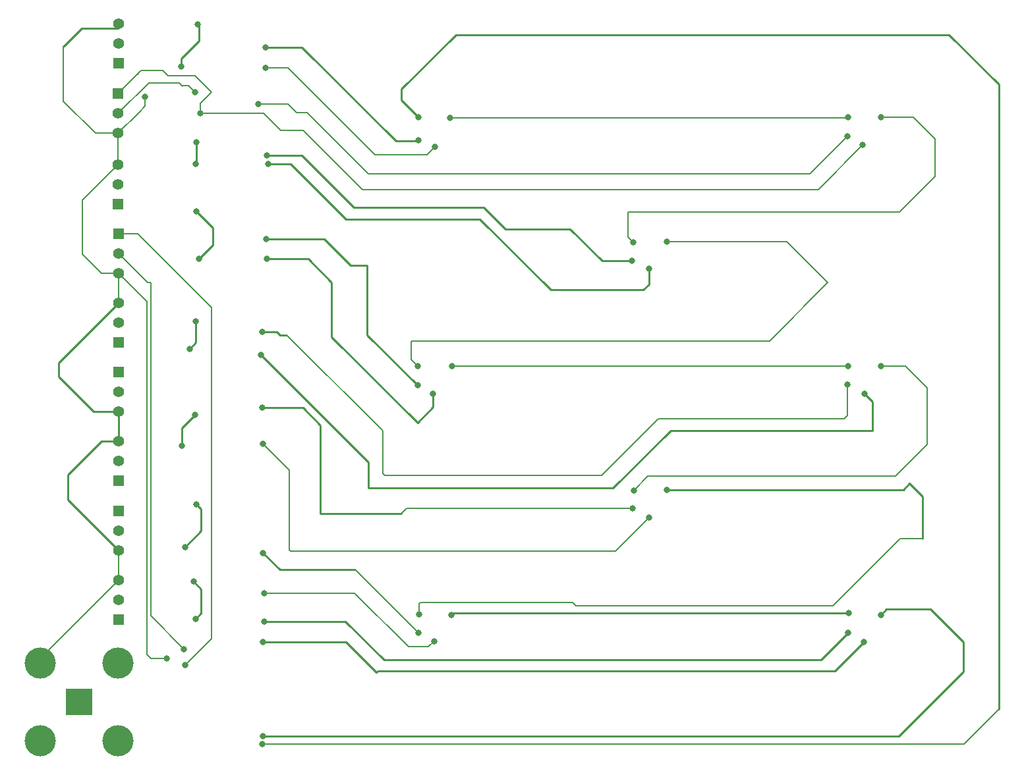
<source format=gbr>
%TF.GenerationSoftware,KiCad,Pcbnew,(6.0.8-1)-1*%
%TF.CreationDate,2023-09-21T15:44:44-04:00*%
%TF.ProjectId,Untitled,556e7469-746c-4656-942e-6b696361645f,rev?*%
%TF.SameCoordinates,Original*%
%TF.FileFunction,Copper,L2,Bot*%
%TF.FilePolarity,Positive*%
%FSLAX46Y46*%
G04 Gerber Fmt 4.6, Leading zero omitted, Abs format (unit mm)*
G04 Created by KiCad (PCBNEW (6.0.8-1)-1) date 2023-09-21 15:44:44*
%MOMM*%
%LPD*%
G01*
G04 APERTURE LIST*
%TA.AperFunction,ComponentPad*%
%ADD10R,1.397000X1.397000*%
%TD*%
%TA.AperFunction,ComponentPad*%
%ADD11C,1.397000*%
%TD*%
%TA.AperFunction,ComponentPad*%
%ADD12R,3.500000X3.500000*%
%TD*%
%TA.AperFunction,ComponentPad*%
%ADD13C,4.000000*%
%TD*%
%TA.AperFunction,ViaPad*%
%ADD14C,0.800000*%
%TD*%
%TA.AperFunction,Conductor*%
%ADD15C,0.200000*%
%TD*%
%TA.AperFunction,Conductor*%
%ADD16C,0.250000*%
%TD*%
G04 APERTURE END LIST*
D10*
%TO.P,REF\u002A\u002A,1*%
%TO.N,N/C*%
X59200000Y-59200000D03*
D11*
%TO.P,REF\u002A\u002A,2*%
X59200000Y-56660000D03*
%TO.P,REF\u002A\u002A,3*%
X59200000Y-54120000D03*
%TD*%
D12*
%TO.P,LEDs,1*%
%TO.N,N/C*%
X54200000Y-123200000D03*
D13*
%TO.P,LEDs,2*%
X49175000Y-118175000D03*
X49175000Y-128225000D03*
X59225000Y-128225000D03*
X59225000Y-118175000D03*
%TD*%
D10*
%TO.P,REF\u002A\u002A,1*%
%TO.N,N/C*%
X59250100Y-41100000D03*
D11*
%TO.P,REF\u002A\u002A,2*%
X59250100Y-38560000D03*
%TO.P,REF\u002A\u002A,3*%
X59250100Y-36020000D03*
%TD*%
D10*
%TO.P,REF\u002A\u002A,1*%
%TO.N,N/C*%
X59250100Y-76987500D03*
D11*
%TO.P,REF\u002A\u002A,2*%
X59250100Y-74447500D03*
%TO.P,REF\u002A\u002A,3*%
X59250100Y-71907500D03*
%TD*%
D10*
%TO.P,REF\u002A\u002A,1*%
%TO.N,N/C*%
X59250100Y-94787500D03*
D11*
%TO.P,REF\u002A\u002A,2*%
X59250100Y-92247500D03*
%TO.P,REF\u002A\u002A,3*%
X59250100Y-89707500D03*
%TD*%
D10*
%TO.P,REF\u002A\u002A,1*%
%TO.N,N/C*%
X59250100Y-112587500D03*
D11*
%TO.P,REF\u002A\u002A,2*%
X59250100Y-110047500D03*
%TO.P,REF\u002A\u002A,3*%
X59250100Y-107507500D03*
%TD*%
D10*
%TO.P,REF\u002A\u002A,1*%
%TO.N,N/C*%
X59250100Y-80812500D03*
D11*
%TO.P,REF\u002A\u002A,2*%
X59250100Y-83352500D03*
%TO.P,REF\u002A\u002A,3*%
X59250100Y-85892500D03*
%TD*%
D10*
%TO.P,REF\u002A\u002A,1*%
%TO.N,N/C*%
X59200000Y-45000000D03*
D11*
%TO.P,REF\u002A\u002A,2*%
X59200000Y-47540000D03*
%TO.P,REF\u002A\u002A,3*%
X59200000Y-50080000D03*
%TD*%
D10*
%TO.P,REF\u002A\u002A,1*%
%TO.N,N/C*%
X59250100Y-98612500D03*
D11*
%TO.P,REF\u002A\u002A,2*%
X59250100Y-101152500D03*
%TO.P,REF\u002A\u002A,3*%
X59250100Y-103692500D03*
%TD*%
D10*
%TO.P,REF\u002A\u002A,1*%
%TO.N,N/C*%
X59250100Y-63012500D03*
D11*
%TO.P,REF\u002A\u002A,2*%
X59250100Y-65552500D03*
%TO.P,REF\u002A\u002A,3*%
X59250100Y-68092500D03*
%TD*%
D14*
%TO.N,*%
X69300000Y-51200000D03*
X78170000Y-41630000D03*
X77740114Y-85359886D03*
X69100000Y-44800000D03*
X69200000Y-54000000D03*
X97800000Y-51000000D03*
X153100000Y-111800000D03*
X78500000Y-54000000D03*
X154900000Y-51600000D03*
X99800000Y-115400000D03*
X97800000Y-48000000D03*
X157200000Y-112000000D03*
X127400000Y-99500000D03*
X127400000Y-67500000D03*
X67800000Y-118500000D03*
X99900000Y-51800000D03*
X78200000Y-39000000D03*
X97700000Y-82500000D03*
X65500000Y-117600000D03*
X157200000Y-48000000D03*
X125500000Y-96000000D03*
X67400000Y-90300000D03*
X67300000Y-41500000D03*
X125400000Y-64100000D03*
X77790000Y-115510000D03*
X69100000Y-86300000D03*
X153000000Y-48000000D03*
X99700000Y-83600000D03*
X77969648Y-112830352D03*
X97800000Y-114300000D03*
X153000000Y-80000000D03*
X77800000Y-90000000D03*
X97700000Y-80000000D03*
X102000000Y-112000000D03*
X69200000Y-74300000D03*
X78348210Y-66251790D03*
X69600000Y-66251790D03*
X77700000Y-75600000D03*
X77200000Y-46300000D03*
X97900000Y-111900000D03*
X129700000Y-95900000D03*
X78000000Y-109200000D03*
X67700000Y-116400000D03*
X69400000Y-36100000D03*
X77800000Y-127600000D03*
X129700000Y-64000000D03*
X78300000Y-52900000D03*
X77541068Y-78558932D03*
X102100000Y-80000000D03*
X155100000Y-83600000D03*
X69300000Y-60100000D03*
X67800000Y-103300000D03*
X77850000Y-104050000D03*
X78288210Y-63711790D03*
X68400000Y-77800000D03*
X152900000Y-82400000D03*
X68900000Y-107700000D03*
X153000000Y-114300000D03*
X125300000Y-98300000D03*
X62700000Y-45400000D03*
X77700000Y-128600000D03*
X157200000Y-80000000D03*
X101900000Y-48100000D03*
X69200000Y-112500000D03*
X155000000Y-115500000D03*
X125200000Y-66500000D03*
X69300000Y-97800000D03*
X152900000Y-50500000D03*
X69800000Y-47500000D03*
%TD*%
D15*
%TO.N,*%
X63140000Y-43600000D02*
X59200000Y-47540000D01*
D16*
X69900000Y-111800000D02*
X69900000Y-108700000D01*
X80018932Y-76018932D02*
X80881068Y-76018932D01*
X71400000Y-64451790D02*
X69600000Y-66251790D01*
X69900000Y-108700000D02*
X68900000Y-107700000D01*
X157900000Y-111300000D02*
X163600000Y-111300000D01*
D15*
X98200000Y-103800000D02*
X123100000Y-103800000D01*
D16*
X91240000Y-67060000D02*
X89060000Y-67060000D01*
X92400000Y-119400000D02*
X88510000Y-115510000D01*
X114800000Y-70200000D02*
X105700000Y-61100000D01*
D15*
X96300000Y-98300000D02*
X95600000Y-99000000D01*
X57092500Y-68092500D02*
X59250100Y-68092500D01*
X159700000Y-102200000D02*
X162600000Y-102200000D01*
X69800000Y-46200000D02*
X71200000Y-44800000D01*
D16*
X156100000Y-88300000D02*
X156100000Y-84600000D01*
D15*
X102100000Y-80000000D02*
X153000000Y-80000000D01*
D16*
X155000000Y-115500000D02*
X151300000Y-119200000D01*
D15*
X126500000Y-128600000D02*
X128600000Y-128600000D01*
D16*
X94900000Y-51100000D02*
X82800000Y-39000000D01*
D15*
X142900000Y-76800000D02*
X96900000Y-76800000D01*
D16*
X162600000Y-96800000D02*
X162600000Y-102200000D01*
D15*
X164200000Y-55600000D02*
X159600000Y-60200000D01*
D16*
X69300000Y-53900000D02*
X69200000Y-54000000D01*
D15*
X59250100Y-68092500D02*
X59250100Y-71907500D01*
X64912500Y-42012500D02*
X62187500Y-42012500D01*
D16*
X68400000Y-77800000D02*
X69200000Y-77000000D01*
X160910000Y-95110000D02*
X162600000Y-96800000D01*
D15*
X98100000Y-110400000D02*
X117600000Y-110400000D01*
D16*
X122800000Y-95700000D02*
X130200000Y-88300000D01*
D15*
X52200000Y-38890000D02*
X52245000Y-38845000D01*
D16*
X69300000Y-60100000D02*
X71400000Y-62200000D01*
X166000000Y-37400000D02*
X172400000Y-43800000D01*
D15*
X81400000Y-103800000D02*
X81200000Y-103600000D01*
X59200000Y-50080000D02*
X61890000Y-47390000D01*
D16*
X77700000Y-75600000D02*
X79600000Y-75600000D01*
D15*
X164200000Y-50800000D02*
X164200000Y-55600000D01*
D16*
X89060000Y-67060000D02*
X85711790Y-63711790D01*
D15*
X59250100Y-107507500D02*
X49175000Y-117582600D01*
X62900000Y-71742400D02*
X62900000Y-117100000D01*
X61600000Y-42600000D02*
X59200000Y-45000000D01*
D16*
X129800000Y-37400000D02*
X166000000Y-37400000D01*
D15*
X59250100Y-68092500D02*
X62900000Y-71742400D01*
X77700000Y-128600000D02*
X126500000Y-128600000D01*
D16*
X82800000Y-52900000D02*
X78300000Y-52900000D01*
D15*
X67500000Y-44000000D02*
X67450000Y-43950000D01*
D16*
X97700000Y-87300000D02*
X99700000Y-85300000D01*
D15*
X96500000Y-116100000D02*
X99100000Y-116100000D01*
D16*
X81400000Y-54000000D02*
X78500000Y-54000000D01*
X102000000Y-112000000D02*
X102200000Y-111800000D01*
D15*
X54600000Y-58720000D02*
X54600000Y-65600000D01*
X82100000Y-47400000D02*
X81000000Y-46300000D01*
D16*
X86670000Y-76270000D02*
X97700000Y-87300000D01*
X88510000Y-115510000D02*
X77790000Y-115510000D01*
X82959886Y-85359886D02*
X77740114Y-85359886D01*
X69200000Y-112500000D02*
X69900000Y-111800000D01*
X125900000Y-127600000D02*
X77800000Y-127600000D01*
D15*
X81200000Y-93400000D02*
X81200000Y-103600000D01*
X62900000Y-117100000D02*
X63400000Y-117600000D01*
X92200000Y-52800000D02*
X97900000Y-52800000D01*
X62997600Y-69300000D02*
X59250100Y-65552500D01*
D16*
X88430352Y-112830352D02*
X93400000Y-117800000D01*
X67300000Y-40500000D02*
X69600000Y-38200000D01*
D15*
X78000000Y-109200000D02*
X89600000Y-109200000D01*
D16*
X102600000Y-37400000D02*
X95600000Y-44400000D01*
X117300000Y-62400000D02*
X109000000Y-62400000D01*
D15*
X152900000Y-86400000D02*
X152500000Y-86800000D01*
D16*
X126700000Y-70200000D02*
X114800000Y-70200000D01*
D15*
X124700000Y-60200000D02*
X124700000Y-63400000D01*
D16*
X59250100Y-85892500D02*
X59250100Y-89707500D01*
D15*
X151100000Y-110800000D02*
X159700000Y-102200000D01*
X145100000Y-64000000D02*
X150400000Y-69300000D01*
X67450000Y-43950000D02*
X68250000Y-43950000D01*
X71200000Y-72500000D02*
X61712500Y-63012500D01*
X81030000Y-41630000D02*
X92200000Y-52800000D01*
X93500000Y-94100000D02*
X93200000Y-93800000D01*
D16*
X59250100Y-85892500D02*
X56092500Y-85892500D01*
X56092500Y-85892500D02*
X51600000Y-81400000D01*
X157200000Y-112000000D02*
X157900000Y-111300000D01*
X69600000Y-36300000D02*
X69400000Y-36100000D01*
X67400000Y-90300000D02*
X67400000Y-88000000D01*
X69900000Y-101200000D02*
X69900000Y-98400000D01*
X99700000Y-85300000D02*
X99700000Y-83600000D01*
X89590000Y-106190000D02*
X89010000Y-106190000D01*
D15*
X83000000Y-49700000D02*
X90600000Y-57300000D01*
D16*
X51600000Y-79557600D02*
X59250100Y-71907500D01*
D15*
X67700000Y-116400000D02*
X63400000Y-112100000D01*
X152900000Y-48100000D02*
X153000000Y-48000000D01*
X59200000Y-54120000D02*
X54600000Y-58720000D01*
D16*
X105700000Y-61100000D02*
X88500000Y-61100000D01*
X52800000Y-94000000D02*
X52800000Y-97242400D01*
X91240000Y-76040000D02*
X97700000Y-82500000D01*
D15*
X93200000Y-93800000D02*
X93200000Y-88337864D01*
D16*
X102200000Y-111800000D02*
X153100000Y-111800000D01*
X82800000Y-39000000D02*
X78200000Y-39000000D01*
D15*
X83500000Y-47400000D02*
X82100000Y-47400000D01*
D16*
X91400000Y-92400000D02*
X91400000Y-95700000D01*
X83691790Y-66251790D02*
X78348210Y-66251790D01*
D15*
X159100000Y-94200000D02*
X163200000Y-90100000D01*
X149200000Y-57300000D02*
X154900000Y-51600000D01*
D16*
X67800000Y-103300000D02*
X69900000Y-101200000D01*
D15*
X65600000Y-42700000D02*
X64912500Y-42012500D01*
X77800000Y-90000000D02*
X81200000Y-93400000D01*
X63400000Y-112100000D02*
X63400000Y-69300000D01*
X96900000Y-79200000D02*
X97700000Y-80000000D01*
X99100000Y-116100000D02*
X99800000Y-115400000D01*
D16*
X149500000Y-117800000D02*
X153000000Y-114300000D01*
D15*
X126500000Y-128600000D02*
X167900000Y-128600000D01*
X71200000Y-115100000D02*
X71200000Y-72500000D01*
X150400000Y-69300000D02*
X142900000Y-76800000D01*
X67450000Y-43950000D02*
X67100000Y-43600000D01*
D16*
X79990000Y-106190000D02*
X77850000Y-104050000D01*
X71400000Y-62200000D02*
X71400000Y-64451790D01*
D15*
X81000000Y-46300000D02*
X77200000Y-46300000D01*
D16*
X82658932Y-83658932D02*
X91400000Y-92400000D01*
D15*
X167900000Y-128600000D02*
X172400000Y-124100000D01*
D16*
X91400000Y-95700000D02*
X122800000Y-95700000D01*
D15*
X61787500Y-42412500D02*
X61600000Y-42600000D01*
X59200000Y-50080000D02*
X56280000Y-50080000D01*
D16*
X57092500Y-89707500D02*
X52800000Y-94000000D01*
D15*
X61587500Y-63012500D02*
X60987500Y-63012500D01*
X161400000Y-48000000D02*
X164200000Y-50800000D01*
X98900000Y-52800000D02*
X99900000Y-51800000D01*
D16*
X167800000Y-119300000D02*
X159500000Y-127600000D01*
D15*
X125300000Y-98300000D02*
X96300000Y-98300000D01*
X69100000Y-42700000D02*
X65600000Y-42700000D01*
D16*
X67400000Y-88000000D02*
X69100000Y-86300000D01*
D15*
X96900000Y-76800000D02*
X96900000Y-79200000D01*
X60987500Y-63012500D02*
X59250100Y-63012500D01*
X160400000Y-80000000D02*
X157200000Y-80000000D01*
X127300000Y-94200000D02*
X159100000Y-94200000D01*
D16*
X59250100Y-89707500D02*
X57092500Y-89707500D01*
D15*
X101900000Y-48100000D02*
X152900000Y-48100000D01*
X54600000Y-65600000D02*
X57092500Y-68092500D01*
D16*
X163600000Y-111300000D02*
X167800000Y-115500000D01*
X82641068Y-83658932D02*
X82682136Y-83700000D01*
D15*
X69800000Y-47500000D02*
X69800000Y-46200000D01*
D16*
X126600000Y-127600000D02*
X125900000Y-127600000D01*
X172400000Y-43800000D02*
X172400000Y-124100000D01*
X125200000Y-66500000D02*
X121400000Y-66500000D01*
X85711790Y-63711790D02*
X78288210Y-63711790D01*
D15*
X68250000Y-43950000D02*
X69100000Y-44800000D01*
D16*
X127400000Y-67500000D02*
X127400000Y-69500000D01*
D15*
X71200000Y-44800000D02*
X69100000Y-42700000D01*
D16*
X89010000Y-106190000D02*
X79990000Y-106190000D01*
D15*
X56280000Y-50080000D02*
X52200000Y-46000000D01*
X163200000Y-82800000D02*
X160400000Y-80000000D01*
D16*
X93400000Y-117800000D02*
X149500000Y-117800000D01*
X52245000Y-38845000D02*
X54532494Y-36557506D01*
X88500000Y-61100000D02*
X81400000Y-54000000D01*
X151300000Y-119200000D02*
X92600000Y-119200000D01*
X95600000Y-99000000D02*
X85200000Y-99000000D01*
D15*
X163200000Y-90100000D02*
X163200000Y-82800000D01*
X59250100Y-103692500D02*
X59250100Y-107507500D01*
D16*
X89500000Y-59600000D02*
X82800000Y-52900000D01*
X67300000Y-41500000D02*
X67300000Y-40500000D01*
D15*
X69800000Y-47500000D02*
X77900000Y-47500000D01*
D16*
X129700000Y-95900000D02*
X160120000Y-95900000D01*
D15*
X63400000Y-117600000D02*
X65500000Y-117600000D01*
X62187500Y-42012500D02*
X61600000Y-42600000D01*
D16*
X86670000Y-69230000D02*
X86670000Y-76270000D01*
X130200000Y-88300000D02*
X156100000Y-88300000D01*
X167800000Y-115500000D02*
X167800000Y-119300000D01*
D15*
X61890000Y-47390000D02*
X62700000Y-46580000D01*
X90600000Y-57300000D02*
X149200000Y-57300000D01*
D16*
X82641068Y-83658932D02*
X82658932Y-83658932D01*
D15*
X124700000Y-63400000D02*
X125400000Y-64100000D01*
D16*
X69200000Y-77000000D02*
X69200000Y-74300000D01*
X106200000Y-59600000D02*
X89500000Y-59600000D01*
X129800000Y-37400000D02*
X102600000Y-37400000D01*
D15*
X97900000Y-52800000D02*
X98900000Y-52800000D01*
D16*
X85200000Y-99000000D02*
X85200000Y-87600000D01*
X79600000Y-75600000D02*
X80018932Y-76018932D01*
D15*
X98200000Y-103800000D02*
X81400000Y-103800000D01*
D16*
X54532494Y-36557506D02*
X59270100Y-36557506D01*
D15*
X152900000Y-50500000D02*
X148100000Y-55300000D01*
D16*
X85200000Y-87600000D02*
X82959886Y-85359886D01*
D15*
X123100000Y-103800000D02*
X127400000Y-99500000D01*
X117600000Y-110400000D02*
X118000000Y-110800000D01*
X89690000Y-106190000D02*
X89590000Y-106190000D01*
D16*
X121400000Y-66500000D02*
X117300000Y-62400000D01*
D15*
X118000000Y-110800000D02*
X151100000Y-110800000D01*
X98500000Y-103800000D02*
X98200000Y-103800000D01*
X63400000Y-69300000D02*
X62997600Y-69300000D01*
X80100000Y-49700000D02*
X83000000Y-49700000D01*
X148100000Y-55300000D02*
X91400000Y-55300000D01*
X121300000Y-94100000D02*
X93500000Y-94100000D01*
X52200000Y-46000000D02*
X52200000Y-38890000D01*
D16*
X52800000Y-97242400D02*
X59250100Y-103692500D01*
X51600000Y-81400000D02*
X51600000Y-79557600D01*
D15*
X152500000Y-86800000D02*
X128600000Y-86800000D01*
X61712500Y-63012500D02*
X60987500Y-63012500D01*
X67100000Y-43600000D02*
X63140000Y-43600000D01*
X129700000Y-64000000D02*
X145100000Y-64000000D01*
X97800000Y-114300000D02*
X89690000Y-106190000D01*
D16*
X97700000Y-51100000D02*
X94900000Y-51100000D01*
X160120000Y-95900000D02*
X160910000Y-95110000D01*
X88650000Y-106190000D02*
X89010000Y-106190000D01*
X95600000Y-45800000D02*
X97800000Y-48000000D01*
D15*
X152900000Y-82400000D02*
X152900000Y-86400000D01*
X91400000Y-55300000D02*
X83500000Y-47400000D01*
X97900000Y-111900000D02*
X97900000Y-110600000D01*
D16*
X109000000Y-62400000D02*
X106200000Y-59600000D01*
D15*
X93200000Y-88337864D02*
X80881068Y-76018932D01*
X128600000Y-86800000D02*
X121300000Y-94100000D01*
D16*
X128600000Y-37400000D02*
X129800000Y-37400000D01*
D15*
X67800000Y-118500000D02*
X71200000Y-115100000D01*
X49175000Y-117582600D02*
X49175000Y-118175000D01*
D16*
X159500000Y-127600000D02*
X125900000Y-127600000D01*
X127400000Y-69500000D02*
X126700000Y-70200000D01*
X92600000Y-119200000D02*
X92400000Y-119400000D01*
D15*
X159600000Y-60200000D02*
X124700000Y-60200000D01*
D16*
X91240000Y-67060000D02*
X91240000Y-76040000D01*
X77541068Y-78558932D02*
X82641068Y-83658932D01*
X69600000Y-38200000D02*
X69600000Y-36300000D01*
D15*
X97900000Y-110600000D02*
X98100000Y-110400000D01*
D16*
X77969648Y-112830352D02*
X88430352Y-112830352D01*
D15*
X89600000Y-109200000D02*
X96500000Y-116100000D01*
D16*
X156100000Y-84600000D02*
X155100000Y-83600000D01*
D15*
X77900000Y-47500000D02*
X80100000Y-49700000D01*
D16*
X69900000Y-98400000D02*
X69300000Y-97800000D01*
X69300000Y-51200000D02*
X69300000Y-53900000D01*
D15*
X78170000Y-41630000D02*
X81030000Y-41630000D01*
X62700000Y-46580000D02*
X62700000Y-45400000D01*
D16*
X97800000Y-51000000D02*
X97700000Y-51100000D01*
D15*
X125500000Y-96000000D02*
X127300000Y-94200000D01*
X157200000Y-48000000D02*
X161400000Y-48000000D01*
X59647500Y-65552500D02*
X59250100Y-65552500D01*
X59200000Y-54120000D02*
X59200000Y-50080000D01*
D16*
X95600000Y-44400000D02*
X95600000Y-45800000D01*
X86670000Y-69230000D02*
X83691790Y-66251790D01*
%TD*%
M02*

</source>
